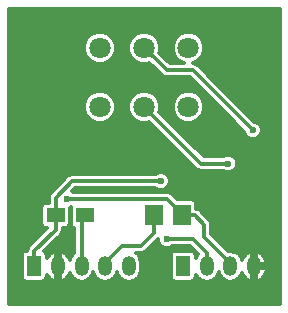
<source format=gbl>
%TF.GenerationSoftware,KiCad,Pcbnew,4.0.4-1.fc24-product*%
%TF.CreationDate,2018-03-01T09:40:41+11:00*%
%TF.ProjectId,BT_STACK,42545F535441434B2E6B696361645F70,rev?*%
%TF.FileFunction,Copper,L2,Bot,Signal*%
%FSLAX46Y46*%
G04 Gerber Fmt 4.6, Leading zero omitted, Abs format (unit mm)*
G04 Created by KiCad (PCBNEW 4.0.4-1.fc24-product) date Thu Mar  1 09:40:41 2018*
%MOMM*%
%LPD*%
G01*
G04 APERTURE LIST*
%ADD10C,0.100000*%
%ADD11R,1.200000X1.700000*%
%ADD12O,1.200000X1.700000*%
%ADD13R,1.500000X1.250000*%
%ADD14R,1.549400X1.800860*%
%ADD15C,1.800000*%
%ADD16C,0.600000*%
%ADD17C,0.300000*%
G04 APERTURE END LIST*
D10*
D11*
X142700000Y-91300000D03*
D12*
X144700000Y-91300000D03*
X146700000Y-91300000D03*
X148700000Y-91300000D03*
X150700000Y-91300000D03*
D11*
X155300000Y-91300000D03*
D12*
X157300000Y-91300000D03*
X159300000Y-91300000D03*
X161300000Y-91300000D03*
D13*
X147000000Y-87000000D03*
X144500000Y-87000000D03*
D14*
X155176020Y-87000000D03*
X152823980Y-87000000D03*
D15*
X155750000Y-72800000D03*
X152000000Y-72800000D03*
X148250000Y-72800000D03*
X155750000Y-77800000D03*
X152000000Y-77800000D03*
X148250000Y-77800000D03*
D16*
X153400000Y-84099994D03*
X145500000Y-85600000D03*
X159100000Y-82600000D03*
X156000000Y-85300000D03*
X153900000Y-89000000D03*
X161200000Y-79800000D03*
D17*
X146700000Y-91300000D02*
X146700000Y-87300000D01*
X146700000Y-87300000D02*
X147000000Y-87000000D01*
X144500000Y-88199998D02*
X142700000Y-89999998D01*
X142700000Y-89999998D02*
X142700000Y-91300000D01*
X152975736Y-84099994D02*
X153400000Y-84099994D01*
X145900006Y-84099994D02*
X152975736Y-84099994D01*
X144500002Y-85499998D02*
X145900006Y-84099994D01*
X144500002Y-88200000D02*
X144500002Y-85499998D01*
X144500000Y-88199998D02*
X144500002Y-88200000D01*
X144500000Y-87000000D02*
X144500000Y-88199998D01*
X145924264Y-85600000D02*
X145500000Y-85600000D01*
X155176020Y-86874270D02*
X153901750Y-85600000D01*
X153901750Y-85600000D02*
X145924264Y-85600000D01*
X155176020Y-87000000D02*
X155176020Y-86874270D01*
X157100000Y-87800000D02*
X156300000Y-87000000D01*
X156300000Y-87000000D02*
X155176020Y-87000000D01*
X157100000Y-88850000D02*
X157100000Y-87800000D01*
X159300000Y-91300000D02*
X159300000Y-91050000D01*
X159300000Y-91050000D02*
X157100000Y-88850000D01*
X148700000Y-91300000D02*
X148700000Y-91050000D01*
X151700000Y-89600000D02*
X152823980Y-88476020D01*
X148700000Y-91050000D02*
X150150000Y-89600000D01*
X150150000Y-89600000D02*
X151700000Y-89600000D01*
X152823980Y-88476020D02*
X152823980Y-87000000D01*
X159100000Y-82600000D02*
X156800000Y-82600000D01*
X156800000Y-82600000D02*
X152000000Y-77800000D01*
X153900000Y-89000000D02*
X156150000Y-89000000D01*
X156150000Y-89000000D02*
X157300000Y-90150000D01*
X157300000Y-90150000D02*
X157300000Y-91300000D01*
X161200000Y-79800000D02*
X156100000Y-74700000D01*
X156100000Y-74700000D02*
X153900000Y-74700000D01*
X153900000Y-74700000D02*
X152899999Y-73699999D01*
X152899999Y-73699999D02*
X152000000Y-72800000D01*
G36*
X163475000Y-94475000D02*
X140525000Y-94475000D01*
X140525000Y-90450000D01*
X141641184Y-90450000D01*
X141641184Y-92150000D01*
X141672562Y-92316760D01*
X141771117Y-92469919D01*
X141921495Y-92572668D01*
X142100000Y-92608816D01*
X143300000Y-92608816D01*
X143466760Y-92577438D01*
X143619919Y-92478883D01*
X143722668Y-92328505D01*
X143758816Y-92150000D01*
X143758816Y-92033322D01*
X143997745Y-92346440D01*
X144389275Y-92552970D01*
X144550000Y-92475422D01*
X144550000Y-91450000D01*
X144530000Y-91450000D01*
X144530000Y-91150000D01*
X144550000Y-91150000D01*
X144550000Y-90124578D01*
X144389275Y-90047030D01*
X143997745Y-90253560D01*
X143758816Y-90566678D01*
X143758816Y-90450000D01*
X143727438Y-90283240D01*
X143628883Y-90130081D01*
X143503866Y-90044660D01*
X144924254Y-88624272D01*
X144924266Y-88624264D01*
X145054330Y-88429610D01*
X145100002Y-88200000D01*
X145100002Y-88083816D01*
X145250000Y-88083816D01*
X145416760Y-88052438D01*
X145569919Y-87953883D01*
X145672668Y-87803505D01*
X145708816Y-87625000D01*
X145708816Y-86375000D01*
X145700125Y-86328811D01*
X145809707Y-86283533D01*
X145791184Y-86375000D01*
X145791184Y-87625000D01*
X145822562Y-87791760D01*
X145921117Y-87944919D01*
X146071495Y-88047668D01*
X146100000Y-88053440D01*
X146100000Y-90186879D01*
X145957538Y-90282069D01*
X145729926Y-90622713D01*
X145701719Y-90764522D01*
X145653583Y-90582927D01*
X145402255Y-90253560D01*
X145010725Y-90047030D01*
X144850000Y-90124578D01*
X144850000Y-91150000D01*
X144870000Y-91150000D01*
X144870000Y-91450000D01*
X144850000Y-91450000D01*
X144850000Y-92475422D01*
X145010725Y-92552970D01*
X145402255Y-92346440D01*
X145653583Y-92017073D01*
X145701719Y-91835478D01*
X145729926Y-91977287D01*
X145957538Y-92317931D01*
X146298182Y-92545543D01*
X146700000Y-92625469D01*
X147101818Y-92545543D01*
X147442462Y-92317931D01*
X147670074Y-91977287D01*
X147700000Y-91826838D01*
X147729926Y-91977287D01*
X147957538Y-92317931D01*
X148298182Y-92545543D01*
X148700000Y-92625469D01*
X149101818Y-92545543D01*
X149442462Y-92317931D01*
X149670074Y-91977287D01*
X149700000Y-91826838D01*
X149729926Y-91977287D01*
X149957538Y-92317931D01*
X150298182Y-92545543D01*
X150700000Y-92625469D01*
X151101818Y-92545543D01*
X151442462Y-92317931D01*
X151670074Y-91977287D01*
X151750000Y-91575469D01*
X151750000Y-91024531D01*
X151670074Y-90622713D01*
X151442462Y-90282069D01*
X151319638Y-90200000D01*
X151700000Y-90200000D01*
X151929610Y-90154328D01*
X152124264Y-90024264D01*
X153150001Y-88998527D01*
X153149870Y-89148530D01*
X153263811Y-89424286D01*
X153474605Y-89635448D01*
X153750161Y-89749869D01*
X154048530Y-89750130D01*
X154324286Y-89636189D01*
X154360538Y-89600000D01*
X155901472Y-89600000D01*
X156573126Y-90271654D01*
X156557538Y-90282069D01*
X156358816Y-90579476D01*
X156358816Y-90450000D01*
X156327438Y-90283240D01*
X156228883Y-90130081D01*
X156078505Y-90027332D01*
X155900000Y-89991184D01*
X154700000Y-89991184D01*
X154533240Y-90022562D01*
X154380081Y-90121117D01*
X154277332Y-90271495D01*
X154241184Y-90450000D01*
X154241184Y-92150000D01*
X154272562Y-92316760D01*
X154371117Y-92469919D01*
X154521495Y-92572668D01*
X154700000Y-92608816D01*
X155900000Y-92608816D01*
X156066760Y-92577438D01*
X156219919Y-92478883D01*
X156322668Y-92328505D01*
X156358816Y-92150000D01*
X156358816Y-92020524D01*
X156557538Y-92317931D01*
X156898182Y-92545543D01*
X157300000Y-92625469D01*
X157701818Y-92545543D01*
X158042462Y-92317931D01*
X158270074Y-91977287D01*
X158300000Y-91826838D01*
X158329926Y-91977287D01*
X158557538Y-92317931D01*
X158898182Y-92545543D01*
X159300000Y-92625469D01*
X159701818Y-92545543D01*
X160042462Y-92317931D01*
X160270074Y-91977287D01*
X160298281Y-91835478D01*
X160346417Y-92017073D01*
X160597745Y-92346440D01*
X160989275Y-92552970D01*
X161150000Y-92475422D01*
X161150000Y-91450000D01*
X161450000Y-91450000D01*
X161450000Y-92475422D01*
X161610725Y-92552970D01*
X162002255Y-92346440D01*
X162253583Y-92017073D01*
X162359737Y-91616599D01*
X162244608Y-91450000D01*
X161450000Y-91450000D01*
X161150000Y-91450000D01*
X161130000Y-91450000D01*
X161130000Y-91150000D01*
X161150000Y-91150000D01*
X161150000Y-90124578D01*
X161450000Y-90124578D01*
X161450000Y-91150000D01*
X162244608Y-91150000D01*
X162359737Y-90983401D01*
X162253583Y-90582927D01*
X162002255Y-90253560D01*
X161610725Y-90047030D01*
X161450000Y-90124578D01*
X161150000Y-90124578D01*
X160989275Y-90047030D01*
X160597745Y-90253560D01*
X160346417Y-90582927D01*
X160298281Y-90764522D01*
X160270074Y-90622713D01*
X160042462Y-90282069D01*
X159701818Y-90054457D01*
X159300000Y-89974531D01*
X159110711Y-90012183D01*
X157700000Y-88601472D01*
X157700000Y-87800000D01*
X157654328Y-87570390D01*
X157524264Y-87375736D01*
X156724264Y-86575736D01*
X156529610Y-86445672D01*
X156409536Y-86421788D01*
X156409536Y-86099570D01*
X156378158Y-85932810D01*
X156279603Y-85779651D01*
X156129225Y-85676902D01*
X155950720Y-85640754D01*
X154791032Y-85640754D01*
X154326014Y-85175736D01*
X154131360Y-85045672D01*
X153901750Y-85000000D01*
X145960781Y-85000000D01*
X145925395Y-84964552D01*
X145896129Y-84952399D01*
X146148534Y-84699994D01*
X152939219Y-84699994D01*
X152974605Y-84735442D01*
X153250161Y-84849863D01*
X153548530Y-84850124D01*
X153824286Y-84736183D01*
X154035448Y-84525389D01*
X154149869Y-84249833D01*
X154150130Y-83951464D01*
X154036189Y-83675708D01*
X153825395Y-83464546D01*
X153549839Y-83350125D01*
X153251470Y-83349864D01*
X152975714Y-83463805D01*
X152939462Y-83499994D01*
X145900006Y-83499994D01*
X145670396Y-83545666D01*
X145475742Y-83675730D01*
X144075738Y-85075734D01*
X143945674Y-85270388D01*
X143900002Y-85499998D01*
X143900002Y-85916184D01*
X143750000Y-85916184D01*
X143583240Y-85947562D01*
X143430081Y-86046117D01*
X143327332Y-86196495D01*
X143291184Y-86375000D01*
X143291184Y-87625000D01*
X143322562Y-87791760D01*
X143421117Y-87944919D01*
X143571495Y-88047668D01*
X143750000Y-88083816D01*
X143767654Y-88083816D01*
X142275736Y-89575734D01*
X142145672Y-89770388D01*
X142101753Y-89991184D01*
X142100000Y-89991184D01*
X141933240Y-90022562D01*
X141780081Y-90121117D01*
X141677332Y-90271495D01*
X141641184Y-90450000D01*
X140525000Y-90450000D01*
X140525000Y-78067353D01*
X146899766Y-78067353D01*
X147104858Y-78563715D01*
X147484288Y-78943807D01*
X147980290Y-79149765D01*
X148517353Y-79150234D01*
X149013715Y-78945142D01*
X149393807Y-78565712D01*
X149599765Y-78069710D01*
X149599767Y-78067353D01*
X150649766Y-78067353D01*
X150854858Y-78563715D01*
X151234288Y-78943807D01*
X151730290Y-79149765D01*
X152267353Y-79150234D01*
X152433186Y-79081714D01*
X156375736Y-83024264D01*
X156570390Y-83154328D01*
X156800000Y-83200000D01*
X158639219Y-83200000D01*
X158674605Y-83235448D01*
X158950161Y-83349869D01*
X159248530Y-83350130D01*
X159524286Y-83236189D01*
X159735448Y-83025395D01*
X159849869Y-82749839D01*
X159850130Y-82451470D01*
X159736189Y-82175714D01*
X159525395Y-81964552D01*
X159249839Y-81850131D01*
X158951470Y-81849870D01*
X158675714Y-81963811D01*
X158639462Y-82000000D01*
X157048528Y-82000000D01*
X153281834Y-78233306D01*
X153349765Y-78069710D01*
X153349767Y-78067353D01*
X154399766Y-78067353D01*
X154604858Y-78563715D01*
X154984288Y-78943807D01*
X155480290Y-79149765D01*
X156017353Y-79150234D01*
X156513715Y-78945142D01*
X156893807Y-78565712D01*
X157099765Y-78069710D01*
X157100234Y-77532647D01*
X156895142Y-77036285D01*
X156515712Y-76656193D01*
X156019710Y-76450235D01*
X155482647Y-76449766D01*
X154986285Y-76654858D01*
X154606193Y-77034288D01*
X154400235Y-77530290D01*
X154399766Y-78067353D01*
X153349767Y-78067353D01*
X153350234Y-77532647D01*
X153145142Y-77036285D01*
X152765712Y-76656193D01*
X152269710Y-76450235D01*
X151732647Y-76449766D01*
X151236285Y-76654858D01*
X150856193Y-77034288D01*
X150650235Y-77530290D01*
X150649766Y-78067353D01*
X149599767Y-78067353D01*
X149600234Y-77532647D01*
X149395142Y-77036285D01*
X149015712Y-76656193D01*
X148519710Y-76450235D01*
X147982647Y-76449766D01*
X147486285Y-76654858D01*
X147106193Y-77034288D01*
X146900235Y-77530290D01*
X146899766Y-78067353D01*
X140525000Y-78067353D01*
X140525000Y-73067353D01*
X146899766Y-73067353D01*
X147104858Y-73563715D01*
X147484288Y-73943807D01*
X147980290Y-74149765D01*
X148517353Y-74150234D01*
X149013715Y-73945142D01*
X149393807Y-73565712D01*
X149599765Y-73069710D01*
X149599767Y-73067353D01*
X150649766Y-73067353D01*
X150854858Y-73563715D01*
X151234288Y-73943807D01*
X151730290Y-74149765D01*
X152267353Y-74150234D01*
X152433186Y-74081714D01*
X153475736Y-75124264D01*
X153670390Y-75254328D01*
X153900000Y-75300000D01*
X155851472Y-75300000D01*
X160449914Y-79898442D01*
X160449870Y-79948530D01*
X160563811Y-80224286D01*
X160774605Y-80435448D01*
X161050161Y-80549869D01*
X161348530Y-80550130D01*
X161624286Y-80436189D01*
X161835448Y-80225395D01*
X161949869Y-79949839D01*
X161950130Y-79651470D01*
X161836189Y-79375714D01*
X161625395Y-79164552D01*
X161349839Y-79050131D01*
X161298614Y-79050086D01*
X156524264Y-74275736D01*
X156329610Y-74145672D01*
X156126278Y-74105227D01*
X156513715Y-73945142D01*
X156893807Y-73565712D01*
X157099765Y-73069710D01*
X157100234Y-72532647D01*
X156895142Y-72036285D01*
X156515712Y-71656193D01*
X156019710Y-71450235D01*
X155482647Y-71449766D01*
X154986285Y-71654858D01*
X154606193Y-72034288D01*
X154400235Y-72530290D01*
X154399766Y-73067353D01*
X154604858Y-73563715D01*
X154984288Y-73943807D01*
X155360443Y-74100000D01*
X154148528Y-74100000D01*
X153281834Y-73233306D01*
X153349765Y-73069710D01*
X153350234Y-72532647D01*
X153145142Y-72036285D01*
X152765712Y-71656193D01*
X152269710Y-71450235D01*
X151732647Y-71449766D01*
X151236285Y-71654858D01*
X150856193Y-72034288D01*
X150650235Y-72530290D01*
X150649766Y-73067353D01*
X149599767Y-73067353D01*
X149600234Y-72532647D01*
X149395142Y-72036285D01*
X149015712Y-71656193D01*
X148519710Y-71450235D01*
X147982647Y-71449766D01*
X147486285Y-71654858D01*
X147106193Y-72034288D01*
X146900235Y-72530290D01*
X146899766Y-73067353D01*
X140525000Y-73067353D01*
X140525000Y-69525000D01*
X163475000Y-69525000D01*
X163475000Y-94475000D01*
X163475000Y-94475000D01*
G37*
X163475000Y-94475000D02*
X140525000Y-94475000D01*
X140525000Y-90450000D01*
X141641184Y-90450000D01*
X141641184Y-92150000D01*
X141672562Y-92316760D01*
X141771117Y-92469919D01*
X141921495Y-92572668D01*
X142100000Y-92608816D01*
X143300000Y-92608816D01*
X143466760Y-92577438D01*
X143619919Y-92478883D01*
X143722668Y-92328505D01*
X143758816Y-92150000D01*
X143758816Y-92033322D01*
X143997745Y-92346440D01*
X144389275Y-92552970D01*
X144550000Y-92475422D01*
X144550000Y-91450000D01*
X144530000Y-91450000D01*
X144530000Y-91150000D01*
X144550000Y-91150000D01*
X144550000Y-90124578D01*
X144389275Y-90047030D01*
X143997745Y-90253560D01*
X143758816Y-90566678D01*
X143758816Y-90450000D01*
X143727438Y-90283240D01*
X143628883Y-90130081D01*
X143503866Y-90044660D01*
X144924254Y-88624272D01*
X144924266Y-88624264D01*
X145054330Y-88429610D01*
X145100002Y-88200000D01*
X145100002Y-88083816D01*
X145250000Y-88083816D01*
X145416760Y-88052438D01*
X145569919Y-87953883D01*
X145672668Y-87803505D01*
X145708816Y-87625000D01*
X145708816Y-86375000D01*
X145700125Y-86328811D01*
X145809707Y-86283533D01*
X145791184Y-86375000D01*
X145791184Y-87625000D01*
X145822562Y-87791760D01*
X145921117Y-87944919D01*
X146071495Y-88047668D01*
X146100000Y-88053440D01*
X146100000Y-90186879D01*
X145957538Y-90282069D01*
X145729926Y-90622713D01*
X145701719Y-90764522D01*
X145653583Y-90582927D01*
X145402255Y-90253560D01*
X145010725Y-90047030D01*
X144850000Y-90124578D01*
X144850000Y-91150000D01*
X144870000Y-91150000D01*
X144870000Y-91450000D01*
X144850000Y-91450000D01*
X144850000Y-92475422D01*
X145010725Y-92552970D01*
X145402255Y-92346440D01*
X145653583Y-92017073D01*
X145701719Y-91835478D01*
X145729926Y-91977287D01*
X145957538Y-92317931D01*
X146298182Y-92545543D01*
X146700000Y-92625469D01*
X147101818Y-92545543D01*
X147442462Y-92317931D01*
X147670074Y-91977287D01*
X147700000Y-91826838D01*
X147729926Y-91977287D01*
X147957538Y-92317931D01*
X148298182Y-92545543D01*
X148700000Y-92625469D01*
X149101818Y-92545543D01*
X149442462Y-92317931D01*
X149670074Y-91977287D01*
X149700000Y-91826838D01*
X149729926Y-91977287D01*
X149957538Y-92317931D01*
X150298182Y-92545543D01*
X150700000Y-92625469D01*
X151101818Y-92545543D01*
X151442462Y-92317931D01*
X151670074Y-91977287D01*
X151750000Y-91575469D01*
X151750000Y-91024531D01*
X151670074Y-90622713D01*
X151442462Y-90282069D01*
X151319638Y-90200000D01*
X151700000Y-90200000D01*
X151929610Y-90154328D01*
X152124264Y-90024264D01*
X153150001Y-88998527D01*
X153149870Y-89148530D01*
X153263811Y-89424286D01*
X153474605Y-89635448D01*
X153750161Y-89749869D01*
X154048530Y-89750130D01*
X154324286Y-89636189D01*
X154360538Y-89600000D01*
X155901472Y-89600000D01*
X156573126Y-90271654D01*
X156557538Y-90282069D01*
X156358816Y-90579476D01*
X156358816Y-90450000D01*
X156327438Y-90283240D01*
X156228883Y-90130081D01*
X156078505Y-90027332D01*
X155900000Y-89991184D01*
X154700000Y-89991184D01*
X154533240Y-90022562D01*
X154380081Y-90121117D01*
X154277332Y-90271495D01*
X154241184Y-90450000D01*
X154241184Y-92150000D01*
X154272562Y-92316760D01*
X154371117Y-92469919D01*
X154521495Y-92572668D01*
X154700000Y-92608816D01*
X155900000Y-92608816D01*
X156066760Y-92577438D01*
X156219919Y-92478883D01*
X156322668Y-92328505D01*
X156358816Y-92150000D01*
X156358816Y-92020524D01*
X156557538Y-92317931D01*
X156898182Y-92545543D01*
X157300000Y-92625469D01*
X157701818Y-92545543D01*
X158042462Y-92317931D01*
X158270074Y-91977287D01*
X158300000Y-91826838D01*
X158329926Y-91977287D01*
X158557538Y-92317931D01*
X158898182Y-92545543D01*
X159300000Y-92625469D01*
X159701818Y-92545543D01*
X160042462Y-92317931D01*
X160270074Y-91977287D01*
X160298281Y-91835478D01*
X160346417Y-92017073D01*
X160597745Y-92346440D01*
X160989275Y-92552970D01*
X161150000Y-92475422D01*
X161150000Y-91450000D01*
X161450000Y-91450000D01*
X161450000Y-92475422D01*
X161610725Y-92552970D01*
X162002255Y-92346440D01*
X162253583Y-92017073D01*
X162359737Y-91616599D01*
X162244608Y-91450000D01*
X161450000Y-91450000D01*
X161150000Y-91450000D01*
X161130000Y-91450000D01*
X161130000Y-91150000D01*
X161150000Y-91150000D01*
X161150000Y-90124578D01*
X161450000Y-90124578D01*
X161450000Y-91150000D01*
X162244608Y-91150000D01*
X162359737Y-90983401D01*
X162253583Y-90582927D01*
X162002255Y-90253560D01*
X161610725Y-90047030D01*
X161450000Y-90124578D01*
X161150000Y-90124578D01*
X160989275Y-90047030D01*
X160597745Y-90253560D01*
X160346417Y-90582927D01*
X160298281Y-90764522D01*
X160270074Y-90622713D01*
X160042462Y-90282069D01*
X159701818Y-90054457D01*
X159300000Y-89974531D01*
X159110711Y-90012183D01*
X157700000Y-88601472D01*
X157700000Y-87800000D01*
X157654328Y-87570390D01*
X157524264Y-87375736D01*
X156724264Y-86575736D01*
X156529610Y-86445672D01*
X156409536Y-86421788D01*
X156409536Y-86099570D01*
X156378158Y-85932810D01*
X156279603Y-85779651D01*
X156129225Y-85676902D01*
X155950720Y-85640754D01*
X154791032Y-85640754D01*
X154326014Y-85175736D01*
X154131360Y-85045672D01*
X153901750Y-85000000D01*
X145960781Y-85000000D01*
X145925395Y-84964552D01*
X145896129Y-84952399D01*
X146148534Y-84699994D01*
X152939219Y-84699994D01*
X152974605Y-84735442D01*
X153250161Y-84849863D01*
X153548530Y-84850124D01*
X153824286Y-84736183D01*
X154035448Y-84525389D01*
X154149869Y-84249833D01*
X154150130Y-83951464D01*
X154036189Y-83675708D01*
X153825395Y-83464546D01*
X153549839Y-83350125D01*
X153251470Y-83349864D01*
X152975714Y-83463805D01*
X152939462Y-83499994D01*
X145900006Y-83499994D01*
X145670396Y-83545666D01*
X145475742Y-83675730D01*
X144075738Y-85075734D01*
X143945674Y-85270388D01*
X143900002Y-85499998D01*
X143900002Y-85916184D01*
X143750000Y-85916184D01*
X143583240Y-85947562D01*
X143430081Y-86046117D01*
X143327332Y-86196495D01*
X143291184Y-86375000D01*
X143291184Y-87625000D01*
X143322562Y-87791760D01*
X143421117Y-87944919D01*
X143571495Y-88047668D01*
X143750000Y-88083816D01*
X143767654Y-88083816D01*
X142275736Y-89575734D01*
X142145672Y-89770388D01*
X142101753Y-89991184D01*
X142100000Y-89991184D01*
X141933240Y-90022562D01*
X141780081Y-90121117D01*
X141677332Y-90271495D01*
X141641184Y-90450000D01*
X140525000Y-90450000D01*
X140525000Y-78067353D01*
X146899766Y-78067353D01*
X147104858Y-78563715D01*
X147484288Y-78943807D01*
X147980290Y-79149765D01*
X148517353Y-79150234D01*
X149013715Y-78945142D01*
X149393807Y-78565712D01*
X149599765Y-78069710D01*
X149599767Y-78067353D01*
X150649766Y-78067353D01*
X150854858Y-78563715D01*
X151234288Y-78943807D01*
X151730290Y-79149765D01*
X152267353Y-79150234D01*
X152433186Y-79081714D01*
X156375736Y-83024264D01*
X156570390Y-83154328D01*
X156800000Y-83200000D01*
X158639219Y-83200000D01*
X158674605Y-83235448D01*
X158950161Y-83349869D01*
X159248530Y-83350130D01*
X159524286Y-83236189D01*
X159735448Y-83025395D01*
X159849869Y-82749839D01*
X159850130Y-82451470D01*
X159736189Y-82175714D01*
X159525395Y-81964552D01*
X159249839Y-81850131D01*
X158951470Y-81849870D01*
X158675714Y-81963811D01*
X158639462Y-82000000D01*
X157048528Y-82000000D01*
X153281834Y-78233306D01*
X153349765Y-78069710D01*
X153349767Y-78067353D01*
X154399766Y-78067353D01*
X154604858Y-78563715D01*
X154984288Y-78943807D01*
X155480290Y-79149765D01*
X156017353Y-79150234D01*
X156513715Y-78945142D01*
X156893807Y-78565712D01*
X157099765Y-78069710D01*
X157100234Y-77532647D01*
X156895142Y-77036285D01*
X156515712Y-76656193D01*
X156019710Y-76450235D01*
X155482647Y-76449766D01*
X154986285Y-76654858D01*
X154606193Y-77034288D01*
X154400235Y-77530290D01*
X154399766Y-78067353D01*
X153349767Y-78067353D01*
X153350234Y-77532647D01*
X153145142Y-77036285D01*
X152765712Y-76656193D01*
X152269710Y-76450235D01*
X151732647Y-76449766D01*
X151236285Y-76654858D01*
X150856193Y-77034288D01*
X150650235Y-77530290D01*
X150649766Y-78067353D01*
X149599767Y-78067353D01*
X149600234Y-77532647D01*
X149395142Y-77036285D01*
X149015712Y-76656193D01*
X148519710Y-76450235D01*
X147982647Y-76449766D01*
X147486285Y-76654858D01*
X147106193Y-77034288D01*
X146900235Y-77530290D01*
X146899766Y-78067353D01*
X140525000Y-78067353D01*
X140525000Y-73067353D01*
X146899766Y-73067353D01*
X147104858Y-73563715D01*
X147484288Y-73943807D01*
X147980290Y-74149765D01*
X148517353Y-74150234D01*
X149013715Y-73945142D01*
X149393807Y-73565712D01*
X149599765Y-73069710D01*
X149599767Y-73067353D01*
X150649766Y-73067353D01*
X150854858Y-73563715D01*
X151234288Y-73943807D01*
X151730290Y-74149765D01*
X152267353Y-74150234D01*
X152433186Y-74081714D01*
X153475736Y-75124264D01*
X153670390Y-75254328D01*
X153900000Y-75300000D01*
X155851472Y-75300000D01*
X160449914Y-79898442D01*
X160449870Y-79948530D01*
X160563811Y-80224286D01*
X160774605Y-80435448D01*
X161050161Y-80549869D01*
X161348530Y-80550130D01*
X161624286Y-80436189D01*
X161835448Y-80225395D01*
X161949869Y-79949839D01*
X161950130Y-79651470D01*
X161836189Y-79375714D01*
X161625395Y-79164552D01*
X161349839Y-79050131D01*
X161298614Y-79050086D01*
X156524264Y-74275736D01*
X156329610Y-74145672D01*
X156126278Y-74105227D01*
X156513715Y-73945142D01*
X156893807Y-73565712D01*
X157099765Y-73069710D01*
X157100234Y-72532647D01*
X156895142Y-72036285D01*
X156515712Y-71656193D01*
X156019710Y-71450235D01*
X155482647Y-71449766D01*
X154986285Y-71654858D01*
X154606193Y-72034288D01*
X154400235Y-72530290D01*
X154399766Y-73067353D01*
X154604858Y-73563715D01*
X154984288Y-73943807D01*
X155360443Y-74100000D01*
X154148528Y-74100000D01*
X153281834Y-73233306D01*
X153349765Y-73069710D01*
X153350234Y-72532647D01*
X153145142Y-72036285D01*
X152765712Y-71656193D01*
X152269710Y-71450235D01*
X151732647Y-71449766D01*
X151236285Y-71654858D01*
X150856193Y-72034288D01*
X150650235Y-72530290D01*
X150649766Y-73067353D01*
X149599767Y-73067353D01*
X149600234Y-72532647D01*
X149395142Y-72036285D01*
X149015712Y-71656193D01*
X148519710Y-71450235D01*
X147982647Y-71449766D01*
X147486285Y-71654858D01*
X147106193Y-72034288D01*
X146900235Y-72530290D01*
X146899766Y-73067353D01*
X140525000Y-73067353D01*
X140525000Y-69525000D01*
X163475000Y-69525000D01*
X163475000Y-94475000D01*
M02*

</source>
